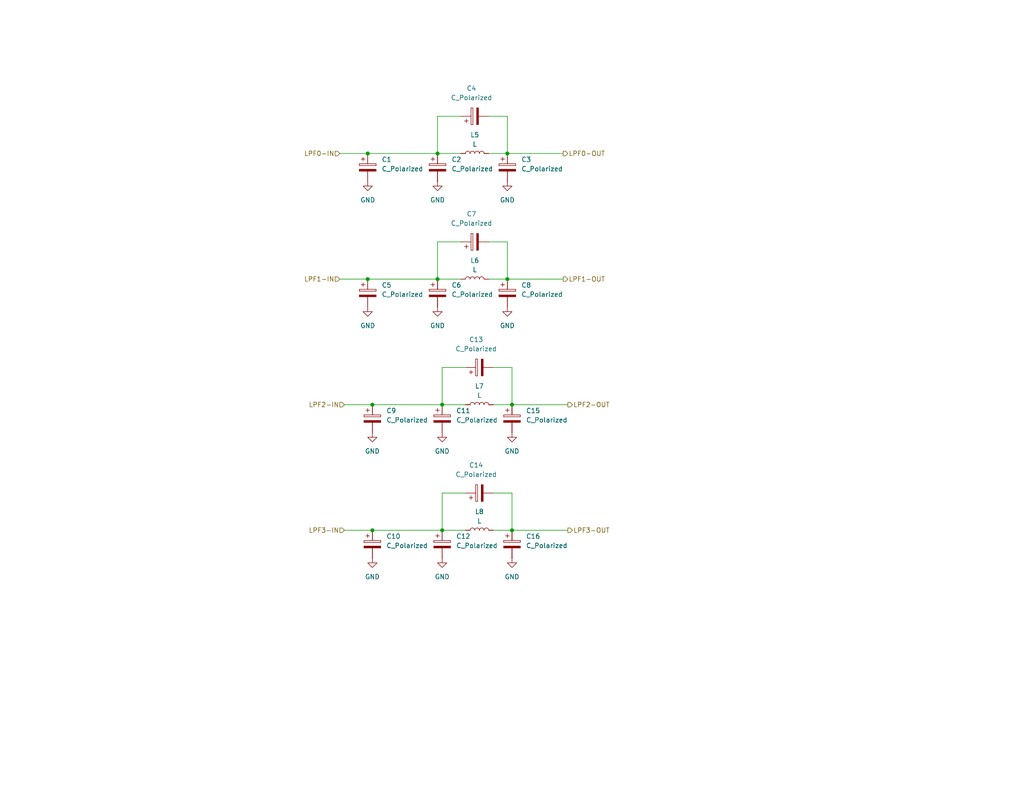
<source format=kicad_sch>
(kicad_sch (version 20231120) (generator "eeschema") (generator_version "8.0")
  (paper "USLetter")
  (title_block (title "QMX Amp") (date "2024-08-08") (rev "v0.1") (company "WA7GIL"))
  (lib_symbols
    (symbol "Device:C_Polarized" (pin_numbers hide) (pin_names (offset 0.254))
      (property "Reference" "C" (at 0.635 2.54 0))
      (property "Value" "C_Polarized" (at 0.635 -2.54 0))
      (symbol "C_Polarized_0_1"
        (rectangle (start -2.286 0.508) (end 2.286 1.016))
        (polyline (pts (xy -1.778 2.286) (xy -0.762 2.286)))
        (polyline (pts (xy -1.27 2.794) (xy -1.27 1.778)))
        (rectangle (start 2.286 -0.508) (end -2.286 -1.016) (fill (type outline)))
      )
      (symbol "C_Polarized_1_1"
        (pin passive line (at 0 3.81 270) (length 2.794) (name "~") (number "1"))
        (pin passive line (at 0 -3.81 90) (length 2.794) (name "~") (number "2"))
      )
    )
    (symbol "Device:L" (pin_numbers hide) (pin_names (offset 1.016) hide)
      (property "Reference" "L" (at -1.27 0 90))
      (property "Value" "L" (at 1.905 0 90))
      (symbol "L_0_1"
        (arc (start 0 -2.54) (mid 0.6323 -1.905) (end 0 -1.27))
        (arc (start 0 -1.27) (mid 0.6323 -0.635) (end 0 0))
        (arc (start 0 0) (mid 0.6323 0.635) (end 0 1.27))
        (arc (start 0 1.27) (mid 0.6323 1.905) (end 0 2.54))
      )
      (symbol "L_1_1"
        (pin passive line (at 0 3.81 270) (length 1.27) (name "1") (number "1"))
        (pin passive line (at 0 -3.81 90) (length 1.27) (name "2") (number "2"))
      )
    )
    (symbol "power:GND" (power) (pin_numbers hide) (pin_names (offset 0) hide)
      (property "Value" "GND" (at 0 -3.81 0))
      (symbol "GND_0_1"
        (polyline (pts (xy 0 0) (xy 0 -1.27) (xy 1.27 -1.27) (xy 0 -2.54) (xy -1.27 -1.27) (xy 0 -1.27)))
      )
      (symbol "GND_1_1"
        (pin power_in line (at 0 0 270) (length 0) (name "~") (number "1"))
      )
    )
  )
  (junction (at 138.43 41.91))
  (junction (at 139.7 110.49))
  (junction (at 100.33 41.91))
  (junction (at 119.38 41.91))
  (junction (at 120.65 110.49))
  (junction (at 100.33 76.2))
  (junction (at 139.7 144.78))
  (junction (at 101.6 144.78))
  (junction (at 120.65 144.78))
  (junction (at 101.6 110.49))
  (junction (at 138.43 76.2))
  (junction (at 119.38 76.2))
  (wire (pts (xy 119.38 31.75) (xy 119.38 41.91)))
  (wire (pts (xy 119.38 41.91) (xy 125.73 41.91)))
  (wire (pts (xy 133.35 41.91) (xy 138.43 41.91)))
  (wire (pts (xy 120.65 134.62) (xy 120.65 144.78)))
  (wire (pts (xy 138.43 31.75) (xy 138.43 41.91)))
  (wire (pts (xy 125.73 31.75) (xy 119.38 31.75)))
  (wire (pts (xy 133.35 66.04) (xy 138.43 66.04)))
  (wire (pts (xy 120.65 110.49) (xy 127 110.49)))
  (wire (pts (xy 133.35 76.2) (xy 138.43 76.2)))
  (wire (pts (xy 92.71 76.2) (xy 100.33 76.2)))
  (wire (pts (xy 127 134.62) (xy 120.65 134.62)))
  (wire (pts (xy 100.33 76.2) (xy 119.38 76.2)))
  (wire (pts (xy 139.7 100.33) (xy 139.7 110.49)))
  (wire (pts (xy 119.38 66.04) (xy 119.38 76.2)))
  (wire (pts (xy 139.7 110.49) (xy 154.94 110.49)))
  (wire (pts (xy 125.73 66.04) (xy 119.38 66.04)))
  (wire (pts (xy 134.62 100.33) (xy 139.7 100.33)))
  (wire (pts (xy 127 100.33) (xy 120.65 100.33)))
  (wire (pts (xy 120.65 100.33) (xy 120.65 110.49)))
  (wire (pts (xy 100.33 41.91) (xy 119.38 41.91)))
  (wire (pts (xy 139.7 144.78) (xy 154.94 144.78)))
  (wire (pts (xy 133.35 31.75) (xy 138.43 31.75)))
  (wire (pts (xy 120.65 144.78) (xy 127 144.78)))
  (wire (pts (xy 138.43 41.91) (xy 153.67 41.91)))
  (wire (pts (xy 101.6 110.49) (xy 120.65 110.49)))
  (wire (pts (xy 134.62 144.78) (xy 139.7 144.78)))
  (wire (pts (xy 139.7 134.62) (xy 139.7 144.78)))
  (wire (pts (xy 93.98 144.78) (xy 101.6 144.78)))
  (wire (pts (xy 93.98 110.49) (xy 101.6 110.49)))
  (wire (pts (xy 92.71 41.91) (xy 100.33 41.91)))
  (wire (pts (xy 119.38 76.2) (xy 125.73 76.2)))
  (wire (pts (xy 134.62 110.49) (xy 139.7 110.49)))
  (wire (pts (xy 138.43 76.2) (xy 153.67 76.2)))
  (wire (pts (xy 101.6 144.78) (xy 120.65 144.78)))
  (wire (pts (xy 138.43 66.04) (xy 138.43 76.2)))
  (wire (pts (xy 134.62 134.62) (xy 139.7 134.62)))
  (hierarchical_label "LPF0-OUT" (shape output) (at 153.67 41.91 0))
  (hierarchical_label "LPF3-IN" (shape input) (at 93.98 144.78 180))
  (hierarchical_label "LPF2-IN" (shape input) (at 93.98 110.49 180))
  (hierarchical_label "LPF0-IN" (shape input) (at 92.71 41.91 180))
  (hierarchical_label "LPF1-IN" (shape input) (at 92.71 76.2 180))
  (hierarchical_label "LPF1-OUT" (shape output) (at 153.67 76.2 0))
  (hierarchical_label "LPF2-OUT" (shape output) (at 154.94 110.49 0))
  (hierarchical_label "LPF3-OUT" (shape output) (at 154.94 144.78 0))
  (symbol (lib_id "Device:C_Polarized") (at 101.6 148.59 0) (unit 1)
    (property "Reference" "C10" (at 105.41 146.4309 0) (effects (justify left)))
    (property "Value" "C_Polarized" (at 105.41 148.9709 0) (effects (justify left)))
    (property "Description" "Polarized capacitor" (effects (hide yes)))
  )
  (symbol (lib_id "Device:C_Polarized") (at 139.7 114.3 0) (unit 1)
    (property "Reference" "C15" (at 143.51 112.1409 0) (effects (justify left)))
    (property "Value" "C_Polarized" (at 143.51 114.6809 0) (effects (justify left)))
    (property "Description" "Polarized capacitor" (effects (hide yes)))
  )
  (symbol (lib_id "Device:C_Polarized") (at 100.33 80.01 0) (unit 1)
    (property "Reference" "C5" (at 104.14 77.8509 0) (effects (justify left)))
    (property "Value" "C_Polarized" (at 104.14 80.3909 0) (effects (justify left)))
    (property "Description" "Polarized capacitor" (effects (hide yes)))
  )
  (symbol (lib_id "power:GND") (at 100.33 83.82 0) (unit 1)
    (property "Reference" "#PWR013" (effects (hide yes)))
    (property "Value" "GND" (at 100.33 88.9 0))
    (property "Description" "Power symbol creates a global label with name \"GND\" , ground" (effects (hide yes)))
  )
  (symbol (lib_id "power:GND") (at 138.43 83.82 0) (unit 1)
    (property "Reference" "#PWR015" (effects (hide yes)))
    (property "Value" "GND" (at 138.43 88.9 0))
    (property "Description" "Power symbol creates a global label with name \"GND\" , ground" (effects (hide yes)))
  )
  (symbol (lib_id "power:GND") (at 139.7 118.11 0) (unit 1)
    (property "Reference" "#PWR020" (effects (hide yes)))
    (property "Value" "GND" (at 139.7 123.19 0))
    (property "Description" "Power symbol creates a global label with name \"GND\" , ground" (effects (hide yes)))
  )
  (symbol (lib_id "Device:C_Polarized") (at 129.54 31.75 90) (unit 1)
    (property "Reference" "C4" (at 128.651 24.13 90))
    (property "Value" "C_Polarized" (at 128.651 26.67 90))
    (property "Description" "Polarized capacitor" (effects (hide yes)))
  )
  (symbol (lib_id "power:GND") (at 120.65 118.11 0) (unit 1)
    (property "Reference" "#PWR018" (effects (hide yes)))
    (property "Value" "GND" (at 120.65 123.19 0))
    (property "Description" "Power symbol creates a global label with name \"GND\" , ground" (effects (hide yes)))
  )
  (symbol (lib_id "power:GND") (at 138.43 49.53 0) (unit 1)
    (property "Reference" "#PWR012" (effects (hide yes)))
    (property "Value" "GND" (at 138.43 54.61 0))
    (property "Description" "Power symbol creates a global label with name \"GND\" , ground" (effects (hide yes)))
  )
  (symbol (lib_id "Device:C_Polarized") (at 100.33 45.72 0) (unit 1)
    (property "Reference" "C1" (at 104.14 43.5609 0) (effects (justify left)))
    (property "Value" "C_Polarized" (at 104.14 46.1009 0) (effects (justify left)))
    (property "Description" "Polarized capacitor" (effects (hide yes)))
  )
  (symbol (lib_id "Device:C_Polarized") (at 130.81 134.62 90) (unit 1)
    (property "Reference" "C14" (at 129.921 127 90))
    (property "Value" "C_Polarized" (at 129.921 129.54 90))
    (property "Description" "Polarized capacitor" (effects (hide yes)))
  )
  (symbol (lib_id "Device:L") (at 129.54 76.2 90) (unit 1)
    (property "Reference" "L6" (at 129.54 71.12 90))
    (property "Value" "L" (at 129.54 73.66 90))
    (property "Description" "Inductor" (effects (hide yes)))
  )
  (symbol (lib_id "Device:C_Polarized") (at 130.81 100.33 90) (unit 1)
    (property "Reference" "C13" (at 129.921 92.71 90))
    (property "Value" "C_Polarized" (at 129.921 95.25 90))
    (property "Description" "Polarized capacitor" (effects (hide yes)))
  )
  (symbol (lib_id "Device:C_Polarized") (at 119.38 45.72 0) (unit 1)
    (property "Reference" "C2" (at 123.19 43.5609 0) (effects (justify left)))
    (property "Value" "C_Polarized" (at 123.19 46.1009 0) (effects (justify left)))
    (property "Description" "Polarized capacitor" (effects (hide yes)))
  )
  (symbol (lib_id "Device:C_Polarized") (at 139.7 148.59 0) (unit 1)
    (property "Reference" "C16" (at 143.51 146.4309 0) (effects (justify left)))
    (property "Value" "C_Polarized" (at 143.51 148.9709 0) (effects (justify left)))
    (property "Description" "Polarized capacitor" (effects (hide yes)))
  )
  (symbol (lib_id "power:GND") (at 139.7 152.4 0) (unit 1)
    (property "Reference" "#PWR021" (effects (hide yes)))
    (property "Value" "GND" (at 139.7 157.48 0))
    (property "Description" "Power symbol creates a global label with name \"GND\" , ground" (effects (hide yes)))
  )
  (symbol (lib_id "Device:C_Polarized") (at 138.43 45.72 0) (unit 1)
    (property "Reference" "C3" (at 142.24 43.5609 0) (effects (justify left)))
    (property "Value" "C_Polarized" (at 142.24 46.1009 0) (effects (justify left)))
    (property "Description" "Polarized capacitor" (effects (hide yes)))
  )
  (symbol (lib_id "power:GND") (at 101.6 118.11 0) (unit 1)
    (property "Reference" "#PWR016" (effects (hide yes)))
    (property "Value" "GND" (at 101.6 123.19 0))
    (property "Description" "Power symbol creates a global label with name \"GND\" , ground" (effects (hide yes)))
  )
  (symbol (lib_id "Device:C_Polarized") (at 129.54 66.04 90) (unit 1)
    (property "Reference" "C7" (at 128.651 58.42 90))
    (property "Value" "C_Polarized" (at 128.651 60.96 90))
    (property "Description" "Polarized capacitor" (effects (hide yes)))
  )
  (symbol (lib_id "power:GND") (at 101.6 152.4 0) (unit 1)
    (property "Reference" "#PWR017" (effects (hide yes)))
    (property "Value" "GND" (at 101.6 157.48 0))
    (property "Description" "Power symbol creates a global label with name \"GND\" , ground" (effects (hide yes)))
  )
  (symbol (lib_id "Device:C_Polarized") (at 120.65 148.59 0) (unit 1)
    (property "Reference" "C12" (at 124.46 146.4309 0) (effects (justify left)))
    (property "Value" "C_Polarized" (at 124.46 148.9709 0) (effects (justify left)))
    (property "Description" "Polarized capacitor" (effects (hide yes)))
  )
  (symbol (lib_id "Device:C_Polarized") (at 119.38 80.01 0) (unit 1)
    (property "Reference" "C6" (at 123.19 77.8509 0) (effects (justify left)))
    (property "Value" "C_Polarized" (at 123.19 80.3909 0) (effects (justify left)))
    (property "Description" "Polarized capacitor" (effects (hide yes)))
  )
  (symbol (lib_id "power:GND") (at 120.65 152.4 0) (unit 1)
    (property "Reference" "#PWR019" (effects (hide yes)))
    (property "Value" "GND" (at 120.65 157.48 0))
    (property "Description" "Power symbol creates a global label with name \"GND\" , ground" (effects (hide yes)))
  )
  (symbol (lib_id "Device:C_Polarized") (at 120.65 114.3 0) (unit 1)
    (property "Reference" "C11" (at 124.46 112.1409 0) (effects (justify left)))
    (property "Value" "C_Polarized" (at 124.46 114.6809 0) (effects (justify left)))
    (property "Description" "Polarized capacitor" (effects (hide yes)))
  )
  (symbol (lib_id "Device:L") (at 129.54 41.91 90) (unit 1)
    (property "Reference" "L5" (at 129.54 36.83 90))
    (property "Value" "L" (at 129.54 39.37 90))
    (property "Description" "Inductor" (effects (hide yes)))
  )
  (symbol (lib_id "power:GND") (at 119.38 83.82 0) (unit 1)
    (property "Reference" "#PWR014" (effects (hide yes)))
    (property "Value" "GND" (at 119.38 88.9 0))
    (property "Description" "Power symbol creates a global label with name \"GND\" , ground" (effects (hide yes)))
  )
  (symbol (lib_id "Device:C_Polarized") (at 138.43 80.01 0) (unit 1)
    (property "Reference" "C8" (at 142.24 77.8509 0) (effects (justify left)))
    (property "Value" "C_Polarized" (at 142.24 80.3909 0) (effects (justify left)))
    (property "Description" "Polarized capacitor" (effects (hide yes)))
  )
  (symbol (lib_id "power:GND") (at 100.33 49.53 0) (unit 1)
    (property "Reference" "#PWR010" (effects (hide yes)))
    (property "Value" "GND" (at 100.33 54.61 0))
    (property "Description" "Power symbol creates a global label with name \"GND\" , ground" (effects (hide yes)))
  )
  (symbol (lib_id "Device:C_Polarized") (at 101.6 114.3 0) (unit 1)
    (property "Reference" "C9" (at 105.41 112.1409 0) (effects (justify left)))
    (property "Value" "C_Polarized" (at 105.41 114.6809 0) (effects (justify left)))
    (property "Description" "Polarized capacitor" (effects (hide yes)))
  )
  (symbol (lib_id "power:GND") (at 119.38 49.53 0) (unit 1)
    (property "Reference" "#PWR011" (effects (hide yes)))
    (property "Value" "GND" (at 119.38 54.61 0))
    (property "Description" "Power symbol creates a global label with name \"GND\" , ground" (effects (hide yes)))
  )
  (symbol (lib_id "Device:L") (at 130.81 110.49 90) (unit 1)
    (property "Reference" "L7" (at 130.81 105.41 90))
    (property "Value" "L" (at 130.81 107.95 90))
    (property "Description" "Inductor" (effects (hide yes)))
  )
  (symbol (lib_id "Device:L") (at 130.81 144.78 90) (unit 1)
    (property "Reference" "L8" (at 130.81 139.7 90))
    (property "Value" "L" (at 130.81 142.24 90))
    (property "Description" "Inductor" (effects (hide yes)))
  )
)
</source>
